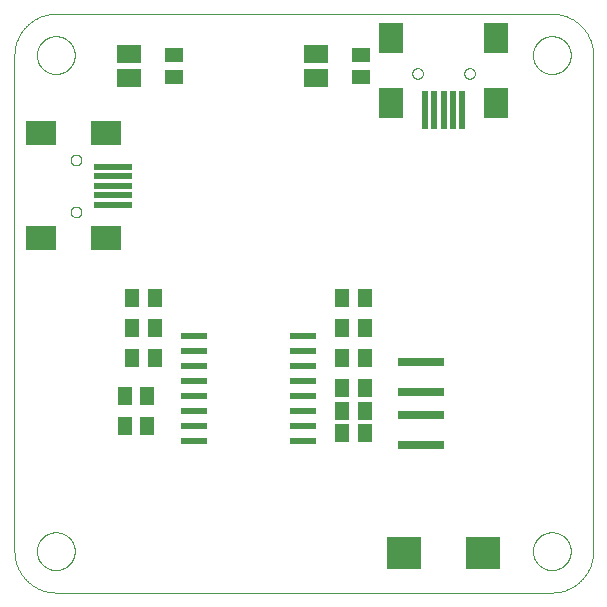
<source format=gtp>
G75*
%MOIN*%
%OFA0B0*%
%FSLAX25Y25*%
%IPPOS*%
%LPD*%
%AMOC8*
5,1,8,0,0,1.08239X$1,22.5*
%
%ADD10R,0.08661X0.02362*%
%ADD11R,0.09843X0.07874*%
%ADD12R,0.12992X0.01969*%
%ADD13C,0.00000*%
%ADD14R,0.07874X0.09843*%
%ADD15R,0.01969X0.12992*%
%ADD16R,0.05118X0.06299*%
%ADD17R,0.11614X0.10630*%
%ADD18R,0.15748X0.03150*%
%ADD19R,0.06299X0.05118*%
%ADD20R,0.08000X0.06000*%
D10*
X0066890Y0057500D03*
X0066890Y0062500D03*
X0066890Y0067500D03*
X0066890Y0072500D03*
X0066890Y0077500D03*
X0066890Y0082500D03*
X0066890Y0087500D03*
X0066890Y0092500D03*
X0103110Y0092500D03*
X0103110Y0087500D03*
X0103110Y0082500D03*
X0103110Y0077500D03*
X0103110Y0072500D03*
X0103110Y0067500D03*
X0103110Y0062500D03*
X0103110Y0057500D03*
D11*
X0037343Y0124980D03*
X0015689Y0124980D03*
X0015689Y0160020D03*
X0037343Y0160020D03*
D12*
X0039705Y0148799D03*
X0039705Y0145650D03*
X0039705Y0142500D03*
X0039705Y0139350D03*
X0039705Y0136201D03*
D13*
X0006969Y0186102D02*
X0006969Y0020748D01*
X0014449Y0020748D02*
X0014451Y0020906D01*
X0014457Y0021064D01*
X0014467Y0021222D01*
X0014481Y0021380D01*
X0014499Y0021537D01*
X0014520Y0021694D01*
X0014546Y0021850D01*
X0014576Y0022006D01*
X0014609Y0022161D01*
X0014647Y0022314D01*
X0014688Y0022467D01*
X0014733Y0022619D01*
X0014782Y0022770D01*
X0014835Y0022919D01*
X0014891Y0023067D01*
X0014951Y0023213D01*
X0015015Y0023358D01*
X0015083Y0023501D01*
X0015154Y0023643D01*
X0015228Y0023783D01*
X0015306Y0023920D01*
X0015388Y0024056D01*
X0015472Y0024190D01*
X0015561Y0024321D01*
X0015652Y0024450D01*
X0015747Y0024577D01*
X0015844Y0024702D01*
X0015945Y0024824D01*
X0016049Y0024943D01*
X0016156Y0025060D01*
X0016266Y0025174D01*
X0016379Y0025285D01*
X0016494Y0025394D01*
X0016612Y0025499D01*
X0016733Y0025601D01*
X0016856Y0025701D01*
X0016982Y0025797D01*
X0017110Y0025890D01*
X0017240Y0025980D01*
X0017373Y0026066D01*
X0017508Y0026150D01*
X0017644Y0026229D01*
X0017783Y0026306D01*
X0017924Y0026378D01*
X0018066Y0026448D01*
X0018210Y0026513D01*
X0018356Y0026575D01*
X0018503Y0026633D01*
X0018652Y0026688D01*
X0018802Y0026739D01*
X0018953Y0026786D01*
X0019105Y0026829D01*
X0019258Y0026868D01*
X0019413Y0026904D01*
X0019568Y0026935D01*
X0019724Y0026963D01*
X0019880Y0026987D01*
X0020037Y0027007D01*
X0020195Y0027023D01*
X0020352Y0027035D01*
X0020511Y0027043D01*
X0020669Y0027047D01*
X0020827Y0027047D01*
X0020985Y0027043D01*
X0021144Y0027035D01*
X0021301Y0027023D01*
X0021459Y0027007D01*
X0021616Y0026987D01*
X0021772Y0026963D01*
X0021928Y0026935D01*
X0022083Y0026904D01*
X0022238Y0026868D01*
X0022391Y0026829D01*
X0022543Y0026786D01*
X0022694Y0026739D01*
X0022844Y0026688D01*
X0022993Y0026633D01*
X0023140Y0026575D01*
X0023286Y0026513D01*
X0023430Y0026448D01*
X0023572Y0026378D01*
X0023713Y0026306D01*
X0023852Y0026229D01*
X0023988Y0026150D01*
X0024123Y0026066D01*
X0024256Y0025980D01*
X0024386Y0025890D01*
X0024514Y0025797D01*
X0024640Y0025701D01*
X0024763Y0025601D01*
X0024884Y0025499D01*
X0025002Y0025394D01*
X0025117Y0025285D01*
X0025230Y0025174D01*
X0025340Y0025060D01*
X0025447Y0024943D01*
X0025551Y0024824D01*
X0025652Y0024702D01*
X0025749Y0024577D01*
X0025844Y0024450D01*
X0025935Y0024321D01*
X0026024Y0024190D01*
X0026108Y0024056D01*
X0026190Y0023920D01*
X0026268Y0023783D01*
X0026342Y0023643D01*
X0026413Y0023501D01*
X0026481Y0023358D01*
X0026545Y0023213D01*
X0026605Y0023067D01*
X0026661Y0022919D01*
X0026714Y0022770D01*
X0026763Y0022619D01*
X0026808Y0022467D01*
X0026849Y0022314D01*
X0026887Y0022161D01*
X0026920Y0022006D01*
X0026950Y0021850D01*
X0026976Y0021694D01*
X0026997Y0021537D01*
X0027015Y0021380D01*
X0027029Y0021222D01*
X0027039Y0021064D01*
X0027045Y0020906D01*
X0027047Y0020748D01*
X0027045Y0020590D01*
X0027039Y0020432D01*
X0027029Y0020274D01*
X0027015Y0020116D01*
X0026997Y0019959D01*
X0026976Y0019802D01*
X0026950Y0019646D01*
X0026920Y0019490D01*
X0026887Y0019335D01*
X0026849Y0019182D01*
X0026808Y0019029D01*
X0026763Y0018877D01*
X0026714Y0018726D01*
X0026661Y0018577D01*
X0026605Y0018429D01*
X0026545Y0018283D01*
X0026481Y0018138D01*
X0026413Y0017995D01*
X0026342Y0017853D01*
X0026268Y0017713D01*
X0026190Y0017576D01*
X0026108Y0017440D01*
X0026024Y0017306D01*
X0025935Y0017175D01*
X0025844Y0017046D01*
X0025749Y0016919D01*
X0025652Y0016794D01*
X0025551Y0016672D01*
X0025447Y0016553D01*
X0025340Y0016436D01*
X0025230Y0016322D01*
X0025117Y0016211D01*
X0025002Y0016102D01*
X0024884Y0015997D01*
X0024763Y0015895D01*
X0024640Y0015795D01*
X0024514Y0015699D01*
X0024386Y0015606D01*
X0024256Y0015516D01*
X0024123Y0015430D01*
X0023988Y0015346D01*
X0023852Y0015267D01*
X0023713Y0015190D01*
X0023572Y0015118D01*
X0023430Y0015048D01*
X0023286Y0014983D01*
X0023140Y0014921D01*
X0022993Y0014863D01*
X0022844Y0014808D01*
X0022694Y0014757D01*
X0022543Y0014710D01*
X0022391Y0014667D01*
X0022238Y0014628D01*
X0022083Y0014592D01*
X0021928Y0014561D01*
X0021772Y0014533D01*
X0021616Y0014509D01*
X0021459Y0014489D01*
X0021301Y0014473D01*
X0021144Y0014461D01*
X0020985Y0014453D01*
X0020827Y0014449D01*
X0020669Y0014449D01*
X0020511Y0014453D01*
X0020352Y0014461D01*
X0020195Y0014473D01*
X0020037Y0014489D01*
X0019880Y0014509D01*
X0019724Y0014533D01*
X0019568Y0014561D01*
X0019413Y0014592D01*
X0019258Y0014628D01*
X0019105Y0014667D01*
X0018953Y0014710D01*
X0018802Y0014757D01*
X0018652Y0014808D01*
X0018503Y0014863D01*
X0018356Y0014921D01*
X0018210Y0014983D01*
X0018066Y0015048D01*
X0017924Y0015118D01*
X0017783Y0015190D01*
X0017644Y0015267D01*
X0017508Y0015346D01*
X0017373Y0015430D01*
X0017240Y0015516D01*
X0017110Y0015606D01*
X0016982Y0015699D01*
X0016856Y0015795D01*
X0016733Y0015895D01*
X0016612Y0015997D01*
X0016494Y0016102D01*
X0016379Y0016211D01*
X0016266Y0016322D01*
X0016156Y0016436D01*
X0016049Y0016553D01*
X0015945Y0016672D01*
X0015844Y0016794D01*
X0015747Y0016919D01*
X0015652Y0017046D01*
X0015561Y0017175D01*
X0015472Y0017306D01*
X0015388Y0017440D01*
X0015306Y0017576D01*
X0015228Y0017713D01*
X0015154Y0017853D01*
X0015083Y0017995D01*
X0015015Y0018138D01*
X0014951Y0018283D01*
X0014891Y0018429D01*
X0014835Y0018577D01*
X0014782Y0018726D01*
X0014733Y0018877D01*
X0014688Y0019029D01*
X0014647Y0019182D01*
X0014609Y0019335D01*
X0014576Y0019490D01*
X0014546Y0019646D01*
X0014520Y0019802D01*
X0014499Y0019959D01*
X0014481Y0020116D01*
X0014467Y0020274D01*
X0014457Y0020432D01*
X0014451Y0020590D01*
X0014449Y0020748D01*
X0006968Y0020748D02*
X0006972Y0020415D01*
X0006984Y0020082D01*
X0007004Y0019750D01*
X0007032Y0019418D01*
X0007068Y0019087D01*
X0007113Y0018757D01*
X0007165Y0018428D01*
X0007225Y0018100D01*
X0007293Y0017774D01*
X0007368Y0017450D01*
X0007452Y0017128D01*
X0007543Y0016808D01*
X0007642Y0016490D01*
X0007749Y0016174D01*
X0007863Y0015862D01*
X0007985Y0015552D01*
X0008115Y0015245D01*
X0008251Y0014941D01*
X0008395Y0014641D01*
X0008546Y0014344D01*
X0008705Y0014051D01*
X0008870Y0013762D01*
X0009042Y0013477D01*
X0009221Y0013196D01*
X0009407Y0012920D01*
X0009600Y0012648D01*
X0009799Y0012381D01*
X0010004Y0012119D01*
X0010216Y0011862D01*
X0010434Y0011610D01*
X0010657Y0011364D01*
X0010887Y0011123D01*
X0011123Y0010887D01*
X0011364Y0010657D01*
X0011610Y0010434D01*
X0011862Y0010216D01*
X0012119Y0010004D01*
X0012381Y0009799D01*
X0012648Y0009600D01*
X0012920Y0009407D01*
X0013196Y0009221D01*
X0013477Y0009042D01*
X0013762Y0008870D01*
X0014051Y0008705D01*
X0014344Y0008546D01*
X0014641Y0008395D01*
X0014941Y0008251D01*
X0015245Y0008115D01*
X0015552Y0007985D01*
X0015862Y0007863D01*
X0016174Y0007749D01*
X0016490Y0007642D01*
X0016808Y0007543D01*
X0017128Y0007452D01*
X0017450Y0007368D01*
X0017774Y0007293D01*
X0018100Y0007225D01*
X0018428Y0007165D01*
X0018757Y0007113D01*
X0019087Y0007068D01*
X0019418Y0007032D01*
X0019750Y0007004D01*
X0020082Y0006984D01*
X0020415Y0006972D01*
X0020748Y0006968D01*
X0020748Y0006969D02*
X0186102Y0006969D01*
X0179803Y0020748D02*
X0179805Y0020906D01*
X0179811Y0021064D01*
X0179821Y0021222D01*
X0179835Y0021380D01*
X0179853Y0021537D01*
X0179874Y0021694D01*
X0179900Y0021850D01*
X0179930Y0022006D01*
X0179963Y0022161D01*
X0180001Y0022314D01*
X0180042Y0022467D01*
X0180087Y0022619D01*
X0180136Y0022770D01*
X0180189Y0022919D01*
X0180245Y0023067D01*
X0180305Y0023213D01*
X0180369Y0023358D01*
X0180437Y0023501D01*
X0180508Y0023643D01*
X0180582Y0023783D01*
X0180660Y0023920D01*
X0180742Y0024056D01*
X0180826Y0024190D01*
X0180915Y0024321D01*
X0181006Y0024450D01*
X0181101Y0024577D01*
X0181198Y0024702D01*
X0181299Y0024824D01*
X0181403Y0024943D01*
X0181510Y0025060D01*
X0181620Y0025174D01*
X0181733Y0025285D01*
X0181848Y0025394D01*
X0181966Y0025499D01*
X0182087Y0025601D01*
X0182210Y0025701D01*
X0182336Y0025797D01*
X0182464Y0025890D01*
X0182594Y0025980D01*
X0182727Y0026066D01*
X0182862Y0026150D01*
X0182998Y0026229D01*
X0183137Y0026306D01*
X0183278Y0026378D01*
X0183420Y0026448D01*
X0183564Y0026513D01*
X0183710Y0026575D01*
X0183857Y0026633D01*
X0184006Y0026688D01*
X0184156Y0026739D01*
X0184307Y0026786D01*
X0184459Y0026829D01*
X0184612Y0026868D01*
X0184767Y0026904D01*
X0184922Y0026935D01*
X0185078Y0026963D01*
X0185234Y0026987D01*
X0185391Y0027007D01*
X0185549Y0027023D01*
X0185706Y0027035D01*
X0185865Y0027043D01*
X0186023Y0027047D01*
X0186181Y0027047D01*
X0186339Y0027043D01*
X0186498Y0027035D01*
X0186655Y0027023D01*
X0186813Y0027007D01*
X0186970Y0026987D01*
X0187126Y0026963D01*
X0187282Y0026935D01*
X0187437Y0026904D01*
X0187592Y0026868D01*
X0187745Y0026829D01*
X0187897Y0026786D01*
X0188048Y0026739D01*
X0188198Y0026688D01*
X0188347Y0026633D01*
X0188494Y0026575D01*
X0188640Y0026513D01*
X0188784Y0026448D01*
X0188926Y0026378D01*
X0189067Y0026306D01*
X0189206Y0026229D01*
X0189342Y0026150D01*
X0189477Y0026066D01*
X0189610Y0025980D01*
X0189740Y0025890D01*
X0189868Y0025797D01*
X0189994Y0025701D01*
X0190117Y0025601D01*
X0190238Y0025499D01*
X0190356Y0025394D01*
X0190471Y0025285D01*
X0190584Y0025174D01*
X0190694Y0025060D01*
X0190801Y0024943D01*
X0190905Y0024824D01*
X0191006Y0024702D01*
X0191103Y0024577D01*
X0191198Y0024450D01*
X0191289Y0024321D01*
X0191378Y0024190D01*
X0191462Y0024056D01*
X0191544Y0023920D01*
X0191622Y0023783D01*
X0191696Y0023643D01*
X0191767Y0023501D01*
X0191835Y0023358D01*
X0191899Y0023213D01*
X0191959Y0023067D01*
X0192015Y0022919D01*
X0192068Y0022770D01*
X0192117Y0022619D01*
X0192162Y0022467D01*
X0192203Y0022314D01*
X0192241Y0022161D01*
X0192274Y0022006D01*
X0192304Y0021850D01*
X0192330Y0021694D01*
X0192351Y0021537D01*
X0192369Y0021380D01*
X0192383Y0021222D01*
X0192393Y0021064D01*
X0192399Y0020906D01*
X0192401Y0020748D01*
X0192399Y0020590D01*
X0192393Y0020432D01*
X0192383Y0020274D01*
X0192369Y0020116D01*
X0192351Y0019959D01*
X0192330Y0019802D01*
X0192304Y0019646D01*
X0192274Y0019490D01*
X0192241Y0019335D01*
X0192203Y0019182D01*
X0192162Y0019029D01*
X0192117Y0018877D01*
X0192068Y0018726D01*
X0192015Y0018577D01*
X0191959Y0018429D01*
X0191899Y0018283D01*
X0191835Y0018138D01*
X0191767Y0017995D01*
X0191696Y0017853D01*
X0191622Y0017713D01*
X0191544Y0017576D01*
X0191462Y0017440D01*
X0191378Y0017306D01*
X0191289Y0017175D01*
X0191198Y0017046D01*
X0191103Y0016919D01*
X0191006Y0016794D01*
X0190905Y0016672D01*
X0190801Y0016553D01*
X0190694Y0016436D01*
X0190584Y0016322D01*
X0190471Y0016211D01*
X0190356Y0016102D01*
X0190238Y0015997D01*
X0190117Y0015895D01*
X0189994Y0015795D01*
X0189868Y0015699D01*
X0189740Y0015606D01*
X0189610Y0015516D01*
X0189477Y0015430D01*
X0189342Y0015346D01*
X0189206Y0015267D01*
X0189067Y0015190D01*
X0188926Y0015118D01*
X0188784Y0015048D01*
X0188640Y0014983D01*
X0188494Y0014921D01*
X0188347Y0014863D01*
X0188198Y0014808D01*
X0188048Y0014757D01*
X0187897Y0014710D01*
X0187745Y0014667D01*
X0187592Y0014628D01*
X0187437Y0014592D01*
X0187282Y0014561D01*
X0187126Y0014533D01*
X0186970Y0014509D01*
X0186813Y0014489D01*
X0186655Y0014473D01*
X0186498Y0014461D01*
X0186339Y0014453D01*
X0186181Y0014449D01*
X0186023Y0014449D01*
X0185865Y0014453D01*
X0185706Y0014461D01*
X0185549Y0014473D01*
X0185391Y0014489D01*
X0185234Y0014509D01*
X0185078Y0014533D01*
X0184922Y0014561D01*
X0184767Y0014592D01*
X0184612Y0014628D01*
X0184459Y0014667D01*
X0184307Y0014710D01*
X0184156Y0014757D01*
X0184006Y0014808D01*
X0183857Y0014863D01*
X0183710Y0014921D01*
X0183564Y0014983D01*
X0183420Y0015048D01*
X0183278Y0015118D01*
X0183137Y0015190D01*
X0182998Y0015267D01*
X0182862Y0015346D01*
X0182727Y0015430D01*
X0182594Y0015516D01*
X0182464Y0015606D01*
X0182336Y0015699D01*
X0182210Y0015795D01*
X0182087Y0015895D01*
X0181966Y0015997D01*
X0181848Y0016102D01*
X0181733Y0016211D01*
X0181620Y0016322D01*
X0181510Y0016436D01*
X0181403Y0016553D01*
X0181299Y0016672D01*
X0181198Y0016794D01*
X0181101Y0016919D01*
X0181006Y0017046D01*
X0180915Y0017175D01*
X0180826Y0017306D01*
X0180742Y0017440D01*
X0180660Y0017576D01*
X0180582Y0017713D01*
X0180508Y0017853D01*
X0180437Y0017995D01*
X0180369Y0018138D01*
X0180305Y0018283D01*
X0180245Y0018429D01*
X0180189Y0018577D01*
X0180136Y0018726D01*
X0180087Y0018877D01*
X0180042Y0019029D01*
X0180001Y0019182D01*
X0179963Y0019335D01*
X0179930Y0019490D01*
X0179900Y0019646D01*
X0179874Y0019802D01*
X0179853Y0019959D01*
X0179835Y0020116D01*
X0179821Y0020274D01*
X0179811Y0020432D01*
X0179805Y0020590D01*
X0179803Y0020748D01*
X0186102Y0006968D02*
X0186435Y0006972D01*
X0186768Y0006984D01*
X0187100Y0007004D01*
X0187432Y0007032D01*
X0187763Y0007068D01*
X0188093Y0007113D01*
X0188422Y0007165D01*
X0188750Y0007225D01*
X0189076Y0007293D01*
X0189400Y0007368D01*
X0189722Y0007452D01*
X0190042Y0007543D01*
X0190360Y0007642D01*
X0190676Y0007749D01*
X0190988Y0007863D01*
X0191298Y0007985D01*
X0191605Y0008115D01*
X0191909Y0008251D01*
X0192209Y0008395D01*
X0192506Y0008546D01*
X0192799Y0008705D01*
X0193088Y0008870D01*
X0193373Y0009042D01*
X0193654Y0009221D01*
X0193930Y0009407D01*
X0194202Y0009600D01*
X0194469Y0009799D01*
X0194731Y0010004D01*
X0194988Y0010216D01*
X0195240Y0010434D01*
X0195486Y0010657D01*
X0195727Y0010887D01*
X0195963Y0011123D01*
X0196193Y0011364D01*
X0196416Y0011610D01*
X0196634Y0011862D01*
X0196846Y0012119D01*
X0197051Y0012381D01*
X0197250Y0012648D01*
X0197443Y0012920D01*
X0197629Y0013196D01*
X0197808Y0013477D01*
X0197980Y0013762D01*
X0198145Y0014051D01*
X0198304Y0014344D01*
X0198455Y0014641D01*
X0198599Y0014941D01*
X0198735Y0015245D01*
X0198865Y0015552D01*
X0198987Y0015862D01*
X0199101Y0016174D01*
X0199208Y0016490D01*
X0199307Y0016808D01*
X0199398Y0017128D01*
X0199482Y0017450D01*
X0199557Y0017774D01*
X0199625Y0018100D01*
X0199685Y0018428D01*
X0199737Y0018757D01*
X0199782Y0019087D01*
X0199818Y0019418D01*
X0199846Y0019750D01*
X0199866Y0020082D01*
X0199878Y0020415D01*
X0199882Y0020748D01*
X0199882Y0186102D01*
X0179803Y0186102D02*
X0179805Y0186260D01*
X0179811Y0186418D01*
X0179821Y0186576D01*
X0179835Y0186734D01*
X0179853Y0186891D01*
X0179874Y0187048D01*
X0179900Y0187204D01*
X0179930Y0187360D01*
X0179963Y0187515D01*
X0180001Y0187668D01*
X0180042Y0187821D01*
X0180087Y0187973D01*
X0180136Y0188124D01*
X0180189Y0188273D01*
X0180245Y0188421D01*
X0180305Y0188567D01*
X0180369Y0188712D01*
X0180437Y0188855D01*
X0180508Y0188997D01*
X0180582Y0189137D01*
X0180660Y0189274D01*
X0180742Y0189410D01*
X0180826Y0189544D01*
X0180915Y0189675D01*
X0181006Y0189804D01*
X0181101Y0189931D01*
X0181198Y0190056D01*
X0181299Y0190178D01*
X0181403Y0190297D01*
X0181510Y0190414D01*
X0181620Y0190528D01*
X0181733Y0190639D01*
X0181848Y0190748D01*
X0181966Y0190853D01*
X0182087Y0190955D01*
X0182210Y0191055D01*
X0182336Y0191151D01*
X0182464Y0191244D01*
X0182594Y0191334D01*
X0182727Y0191420D01*
X0182862Y0191504D01*
X0182998Y0191583D01*
X0183137Y0191660D01*
X0183278Y0191732D01*
X0183420Y0191802D01*
X0183564Y0191867D01*
X0183710Y0191929D01*
X0183857Y0191987D01*
X0184006Y0192042D01*
X0184156Y0192093D01*
X0184307Y0192140D01*
X0184459Y0192183D01*
X0184612Y0192222D01*
X0184767Y0192258D01*
X0184922Y0192289D01*
X0185078Y0192317D01*
X0185234Y0192341D01*
X0185391Y0192361D01*
X0185549Y0192377D01*
X0185706Y0192389D01*
X0185865Y0192397D01*
X0186023Y0192401D01*
X0186181Y0192401D01*
X0186339Y0192397D01*
X0186498Y0192389D01*
X0186655Y0192377D01*
X0186813Y0192361D01*
X0186970Y0192341D01*
X0187126Y0192317D01*
X0187282Y0192289D01*
X0187437Y0192258D01*
X0187592Y0192222D01*
X0187745Y0192183D01*
X0187897Y0192140D01*
X0188048Y0192093D01*
X0188198Y0192042D01*
X0188347Y0191987D01*
X0188494Y0191929D01*
X0188640Y0191867D01*
X0188784Y0191802D01*
X0188926Y0191732D01*
X0189067Y0191660D01*
X0189206Y0191583D01*
X0189342Y0191504D01*
X0189477Y0191420D01*
X0189610Y0191334D01*
X0189740Y0191244D01*
X0189868Y0191151D01*
X0189994Y0191055D01*
X0190117Y0190955D01*
X0190238Y0190853D01*
X0190356Y0190748D01*
X0190471Y0190639D01*
X0190584Y0190528D01*
X0190694Y0190414D01*
X0190801Y0190297D01*
X0190905Y0190178D01*
X0191006Y0190056D01*
X0191103Y0189931D01*
X0191198Y0189804D01*
X0191289Y0189675D01*
X0191378Y0189544D01*
X0191462Y0189410D01*
X0191544Y0189274D01*
X0191622Y0189137D01*
X0191696Y0188997D01*
X0191767Y0188855D01*
X0191835Y0188712D01*
X0191899Y0188567D01*
X0191959Y0188421D01*
X0192015Y0188273D01*
X0192068Y0188124D01*
X0192117Y0187973D01*
X0192162Y0187821D01*
X0192203Y0187668D01*
X0192241Y0187515D01*
X0192274Y0187360D01*
X0192304Y0187204D01*
X0192330Y0187048D01*
X0192351Y0186891D01*
X0192369Y0186734D01*
X0192383Y0186576D01*
X0192393Y0186418D01*
X0192399Y0186260D01*
X0192401Y0186102D01*
X0192399Y0185944D01*
X0192393Y0185786D01*
X0192383Y0185628D01*
X0192369Y0185470D01*
X0192351Y0185313D01*
X0192330Y0185156D01*
X0192304Y0185000D01*
X0192274Y0184844D01*
X0192241Y0184689D01*
X0192203Y0184536D01*
X0192162Y0184383D01*
X0192117Y0184231D01*
X0192068Y0184080D01*
X0192015Y0183931D01*
X0191959Y0183783D01*
X0191899Y0183637D01*
X0191835Y0183492D01*
X0191767Y0183349D01*
X0191696Y0183207D01*
X0191622Y0183067D01*
X0191544Y0182930D01*
X0191462Y0182794D01*
X0191378Y0182660D01*
X0191289Y0182529D01*
X0191198Y0182400D01*
X0191103Y0182273D01*
X0191006Y0182148D01*
X0190905Y0182026D01*
X0190801Y0181907D01*
X0190694Y0181790D01*
X0190584Y0181676D01*
X0190471Y0181565D01*
X0190356Y0181456D01*
X0190238Y0181351D01*
X0190117Y0181249D01*
X0189994Y0181149D01*
X0189868Y0181053D01*
X0189740Y0180960D01*
X0189610Y0180870D01*
X0189477Y0180784D01*
X0189342Y0180700D01*
X0189206Y0180621D01*
X0189067Y0180544D01*
X0188926Y0180472D01*
X0188784Y0180402D01*
X0188640Y0180337D01*
X0188494Y0180275D01*
X0188347Y0180217D01*
X0188198Y0180162D01*
X0188048Y0180111D01*
X0187897Y0180064D01*
X0187745Y0180021D01*
X0187592Y0179982D01*
X0187437Y0179946D01*
X0187282Y0179915D01*
X0187126Y0179887D01*
X0186970Y0179863D01*
X0186813Y0179843D01*
X0186655Y0179827D01*
X0186498Y0179815D01*
X0186339Y0179807D01*
X0186181Y0179803D01*
X0186023Y0179803D01*
X0185865Y0179807D01*
X0185706Y0179815D01*
X0185549Y0179827D01*
X0185391Y0179843D01*
X0185234Y0179863D01*
X0185078Y0179887D01*
X0184922Y0179915D01*
X0184767Y0179946D01*
X0184612Y0179982D01*
X0184459Y0180021D01*
X0184307Y0180064D01*
X0184156Y0180111D01*
X0184006Y0180162D01*
X0183857Y0180217D01*
X0183710Y0180275D01*
X0183564Y0180337D01*
X0183420Y0180402D01*
X0183278Y0180472D01*
X0183137Y0180544D01*
X0182998Y0180621D01*
X0182862Y0180700D01*
X0182727Y0180784D01*
X0182594Y0180870D01*
X0182464Y0180960D01*
X0182336Y0181053D01*
X0182210Y0181149D01*
X0182087Y0181249D01*
X0181966Y0181351D01*
X0181848Y0181456D01*
X0181733Y0181565D01*
X0181620Y0181676D01*
X0181510Y0181790D01*
X0181403Y0181907D01*
X0181299Y0182026D01*
X0181198Y0182148D01*
X0181101Y0182273D01*
X0181006Y0182400D01*
X0180915Y0182529D01*
X0180826Y0182660D01*
X0180742Y0182794D01*
X0180660Y0182930D01*
X0180582Y0183067D01*
X0180508Y0183207D01*
X0180437Y0183349D01*
X0180369Y0183492D01*
X0180305Y0183637D01*
X0180245Y0183783D01*
X0180189Y0183931D01*
X0180136Y0184080D01*
X0180087Y0184231D01*
X0180042Y0184383D01*
X0180001Y0184536D01*
X0179963Y0184689D01*
X0179930Y0184844D01*
X0179900Y0185000D01*
X0179874Y0185156D01*
X0179853Y0185313D01*
X0179835Y0185470D01*
X0179821Y0185628D01*
X0179811Y0185786D01*
X0179805Y0185944D01*
X0179803Y0186102D01*
X0186102Y0199882D02*
X0186435Y0199878D01*
X0186768Y0199866D01*
X0187100Y0199846D01*
X0187432Y0199818D01*
X0187763Y0199782D01*
X0188093Y0199737D01*
X0188422Y0199685D01*
X0188750Y0199625D01*
X0189076Y0199557D01*
X0189400Y0199482D01*
X0189722Y0199398D01*
X0190042Y0199307D01*
X0190360Y0199208D01*
X0190676Y0199101D01*
X0190988Y0198987D01*
X0191298Y0198865D01*
X0191605Y0198735D01*
X0191909Y0198599D01*
X0192209Y0198455D01*
X0192506Y0198304D01*
X0192799Y0198145D01*
X0193088Y0197980D01*
X0193373Y0197808D01*
X0193654Y0197629D01*
X0193930Y0197443D01*
X0194202Y0197250D01*
X0194469Y0197051D01*
X0194731Y0196846D01*
X0194988Y0196634D01*
X0195240Y0196416D01*
X0195486Y0196193D01*
X0195727Y0195963D01*
X0195963Y0195727D01*
X0196193Y0195486D01*
X0196416Y0195240D01*
X0196634Y0194988D01*
X0196846Y0194731D01*
X0197051Y0194469D01*
X0197250Y0194202D01*
X0197443Y0193930D01*
X0197629Y0193654D01*
X0197808Y0193373D01*
X0197980Y0193088D01*
X0198145Y0192799D01*
X0198304Y0192506D01*
X0198455Y0192209D01*
X0198599Y0191909D01*
X0198735Y0191605D01*
X0198865Y0191298D01*
X0198987Y0190988D01*
X0199101Y0190676D01*
X0199208Y0190360D01*
X0199307Y0190042D01*
X0199398Y0189722D01*
X0199482Y0189400D01*
X0199557Y0189076D01*
X0199625Y0188750D01*
X0199685Y0188422D01*
X0199737Y0188093D01*
X0199782Y0187763D01*
X0199818Y0187432D01*
X0199846Y0187100D01*
X0199866Y0186768D01*
X0199878Y0186435D01*
X0199882Y0186102D01*
X0186102Y0199882D02*
X0020748Y0199882D01*
X0014449Y0186102D02*
X0014451Y0186260D01*
X0014457Y0186418D01*
X0014467Y0186576D01*
X0014481Y0186734D01*
X0014499Y0186891D01*
X0014520Y0187048D01*
X0014546Y0187204D01*
X0014576Y0187360D01*
X0014609Y0187515D01*
X0014647Y0187668D01*
X0014688Y0187821D01*
X0014733Y0187973D01*
X0014782Y0188124D01*
X0014835Y0188273D01*
X0014891Y0188421D01*
X0014951Y0188567D01*
X0015015Y0188712D01*
X0015083Y0188855D01*
X0015154Y0188997D01*
X0015228Y0189137D01*
X0015306Y0189274D01*
X0015388Y0189410D01*
X0015472Y0189544D01*
X0015561Y0189675D01*
X0015652Y0189804D01*
X0015747Y0189931D01*
X0015844Y0190056D01*
X0015945Y0190178D01*
X0016049Y0190297D01*
X0016156Y0190414D01*
X0016266Y0190528D01*
X0016379Y0190639D01*
X0016494Y0190748D01*
X0016612Y0190853D01*
X0016733Y0190955D01*
X0016856Y0191055D01*
X0016982Y0191151D01*
X0017110Y0191244D01*
X0017240Y0191334D01*
X0017373Y0191420D01*
X0017508Y0191504D01*
X0017644Y0191583D01*
X0017783Y0191660D01*
X0017924Y0191732D01*
X0018066Y0191802D01*
X0018210Y0191867D01*
X0018356Y0191929D01*
X0018503Y0191987D01*
X0018652Y0192042D01*
X0018802Y0192093D01*
X0018953Y0192140D01*
X0019105Y0192183D01*
X0019258Y0192222D01*
X0019413Y0192258D01*
X0019568Y0192289D01*
X0019724Y0192317D01*
X0019880Y0192341D01*
X0020037Y0192361D01*
X0020195Y0192377D01*
X0020352Y0192389D01*
X0020511Y0192397D01*
X0020669Y0192401D01*
X0020827Y0192401D01*
X0020985Y0192397D01*
X0021144Y0192389D01*
X0021301Y0192377D01*
X0021459Y0192361D01*
X0021616Y0192341D01*
X0021772Y0192317D01*
X0021928Y0192289D01*
X0022083Y0192258D01*
X0022238Y0192222D01*
X0022391Y0192183D01*
X0022543Y0192140D01*
X0022694Y0192093D01*
X0022844Y0192042D01*
X0022993Y0191987D01*
X0023140Y0191929D01*
X0023286Y0191867D01*
X0023430Y0191802D01*
X0023572Y0191732D01*
X0023713Y0191660D01*
X0023852Y0191583D01*
X0023988Y0191504D01*
X0024123Y0191420D01*
X0024256Y0191334D01*
X0024386Y0191244D01*
X0024514Y0191151D01*
X0024640Y0191055D01*
X0024763Y0190955D01*
X0024884Y0190853D01*
X0025002Y0190748D01*
X0025117Y0190639D01*
X0025230Y0190528D01*
X0025340Y0190414D01*
X0025447Y0190297D01*
X0025551Y0190178D01*
X0025652Y0190056D01*
X0025749Y0189931D01*
X0025844Y0189804D01*
X0025935Y0189675D01*
X0026024Y0189544D01*
X0026108Y0189410D01*
X0026190Y0189274D01*
X0026268Y0189137D01*
X0026342Y0188997D01*
X0026413Y0188855D01*
X0026481Y0188712D01*
X0026545Y0188567D01*
X0026605Y0188421D01*
X0026661Y0188273D01*
X0026714Y0188124D01*
X0026763Y0187973D01*
X0026808Y0187821D01*
X0026849Y0187668D01*
X0026887Y0187515D01*
X0026920Y0187360D01*
X0026950Y0187204D01*
X0026976Y0187048D01*
X0026997Y0186891D01*
X0027015Y0186734D01*
X0027029Y0186576D01*
X0027039Y0186418D01*
X0027045Y0186260D01*
X0027047Y0186102D01*
X0027045Y0185944D01*
X0027039Y0185786D01*
X0027029Y0185628D01*
X0027015Y0185470D01*
X0026997Y0185313D01*
X0026976Y0185156D01*
X0026950Y0185000D01*
X0026920Y0184844D01*
X0026887Y0184689D01*
X0026849Y0184536D01*
X0026808Y0184383D01*
X0026763Y0184231D01*
X0026714Y0184080D01*
X0026661Y0183931D01*
X0026605Y0183783D01*
X0026545Y0183637D01*
X0026481Y0183492D01*
X0026413Y0183349D01*
X0026342Y0183207D01*
X0026268Y0183067D01*
X0026190Y0182930D01*
X0026108Y0182794D01*
X0026024Y0182660D01*
X0025935Y0182529D01*
X0025844Y0182400D01*
X0025749Y0182273D01*
X0025652Y0182148D01*
X0025551Y0182026D01*
X0025447Y0181907D01*
X0025340Y0181790D01*
X0025230Y0181676D01*
X0025117Y0181565D01*
X0025002Y0181456D01*
X0024884Y0181351D01*
X0024763Y0181249D01*
X0024640Y0181149D01*
X0024514Y0181053D01*
X0024386Y0180960D01*
X0024256Y0180870D01*
X0024123Y0180784D01*
X0023988Y0180700D01*
X0023852Y0180621D01*
X0023713Y0180544D01*
X0023572Y0180472D01*
X0023430Y0180402D01*
X0023286Y0180337D01*
X0023140Y0180275D01*
X0022993Y0180217D01*
X0022844Y0180162D01*
X0022694Y0180111D01*
X0022543Y0180064D01*
X0022391Y0180021D01*
X0022238Y0179982D01*
X0022083Y0179946D01*
X0021928Y0179915D01*
X0021772Y0179887D01*
X0021616Y0179863D01*
X0021459Y0179843D01*
X0021301Y0179827D01*
X0021144Y0179815D01*
X0020985Y0179807D01*
X0020827Y0179803D01*
X0020669Y0179803D01*
X0020511Y0179807D01*
X0020352Y0179815D01*
X0020195Y0179827D01*
X0020037Y0179843D01*
X0019880Y0179863D01*
X0019724Y0179887D01*
X0019568Y0179915D01*
X0019413Y0179946D01*
X0019258Y0179982D01*
X0019105Y0180021D01*
X0018953Y0180064D01*
X0018802Y0180111D01*
X0018652Y0180162D01*
X0018503Y0180217D01*
X0018356Y0180275D01*
X0018210Y0180337D01*
X0018066Y0180402D01*
X0017924Y0180472D01*
X0017783Y0180544D01*
X0017644Y0180621D01*
X0017508Y0180700D01*
X0017373Y0180784D01*
X0017240Y0180870D01*
X0017110Y0180960D01*
X0016982Y0181053D01*
X0016856Y0181149D01*
X0016733Y0181249D01*
X0016612Y0181351D01*
X0016494Y0181456D01*
X0016379Y0181565D01*
X0016266Y0181676D01*
X0016156Y0181790D01*
X0016049Y0181907D01*
X0015945Y0182026D01*
X0015844Y0182148D01*
X0015747Y0182273D01*
X0015652Y0182400D01*
X0015561Y0182529D01*
X0015472Y0182660D01*
X0015388Y0182794D01*
X0015306Y0182930D01*
X0015228Y0183067D01*
X0015154Y0183207D01*
X0015083Y0183349D01*
X0015015Y0183492D01*
X0014951Y0183637D01*
X0014891Y0183783D01*
X0014835Y0183931D01*
X0014782Y0184080D01*
X0014733Y0184231D01*
X0014688Y0184383D01*
X0014647Y0184536D01*
X0014609Y0184689D01*
X0014576Y0184844D01*
X0014546Y0185000D01*
X0014520Y0185156D01*
X0014499Y0185313D01*
X0014481Y0185470D01*
X0014467Y0185628D01*
X0014457Y0185786D01*
X0014451Y0185944D01*
X0014449Y0186102D01*
X0006968Y0186102D02*
X0006972Y0186435D01*
X0006984Y0186768D01*
X0007004Y0187100D01*
X0007032Y0187432D01*
X0007068Y0187763D01*
X0007113Y0188093D01*
X0007165Y0188422D01*
X0007225Y0188750D01*
X0007293Y0189076D01*
X0007368Y0189400D01*
X0007452Y0189722D01*
X0007543Y0190042D01*
X0007642Y0190360D01*
X0007749Y0190676D01*
X0007863Y0190988D01*
X0007985Y0191298D01*
X0008115Y0191605D01*
X0008251Y0191909D01*
X0008395Y0192209D01*
X0008546Y0192506D01*
X0008705Y0192799D01*
X0008870Y0193088D01*
X0009042Y0193373D01*
X0009221Y0193654D01*
X0009407Y0193930D01*
X0009600Y0194202D01*
X0009799Y0194469D01*
X0010004Y0194731D01*
X0010216Y0194988D01*
X0010434Y0195240D01*
X0010657Y0195486D01*
X0010887Y0195727D01*
X0011123Y0195963D01*
X0011364Y0196193D01*
X0011610Y0196416D01*
X0011862Y0196634D01*
X0012119Y0196846D01*
X0012381Y0197051D01*
X0012648Y0197250D01*
X0012920Y0197443D01*
X0013196Y0197629D01*
X0013477Y0197808D01*
X0013762Y0197980D01*
X0014051Y0198145D01*
X0014344Y0198304D01*
X0014641Y0198455D01*
X0014941Y0198599D01*
X0015245Y0198735D01*
X0015552Y0198865D01*
X0015862Y0198987D01*
X0016174Y0199101D01*
X0016490Y0199208D01*
X0016808Y0199307D01*
X0017128Y0199398D01*
X0017450Y0199482D01*
X0017774Y0199557D01*
X0018100Y0199625D01*
X0018428Y0199685D01*
X0018757Y0199737D01*
X0019087Y0199782D01*
X0019418Y0199818D01*
X0019750Y0199846D01*
X0020082Y0199866D01*
X0020415Y0199878D01*
X0020748Y0199882D01*
X0025728Y0151161D02*
X0025730Y0151245D01*
X0025736Y0151328D01*
X0025746Y0151411D01*
X0025760Y0151494D01*
X0025777Y0151576D01*
X0025799Y0151657D01*
X0025824Y0151736D01*
X0025853Y0151815D01*
X0025886Y0151892D01*
X0025922Y0151967D01*
X0025962Y0152041D01*
X0026005Y0152113D01*
X0026052Y0152182D01*
X0026102Y0152249D01*
X0026155Y0152314D01*
X0026211Y0152376D01*
X0026269Y0152436D01*
X0026331Y0152493D01*
X0026395Y0152546D01*
X0026462Y0152597D01*
X0026531Y0152644D01*
X0026602Y0152689D01*
X0026675Y0152729D01*
X0026750Y0152766D01*
X0026827Y0152800D01*
X0026905Y0152830D01*
X0026984Y0152856D01*
X0027065Y0152879D01*
X0027147Y0152897D01*
X0027229Y0152912D01*
X0027312Y0152923D01*
X0027395Y0152930D01*
X0027479Y0152933D01*
X0027563Y0152932D01*
X0027646Y0152927D01*
X0027730Y0152918D01*
X0027812Y0152905D01*
X0027894Y0152889D01*
X0027975Y0152868D01*
X0028056Y0152844D01*
X0028134Y0152816D01*
X0028212Y0152784D01*
X0028288Y0152748D01*
X0028362Y0152709D01*
X0028434Y0152667D01*
X0028504Y0152621D01*
X0028572Y0152572D01*
X0028637Y0152520D01*
X0028700Y0152465D01*
X0028760Y0152407D01*
X0028818Y0152346D01*
X0028872Y0152282D01*
X0028924Y0152216D01*
X0028972Y0152148D01*
X0029017Y0152077D01*
X0029058Y0152004D01*
X0029097Y0151930D01*
X0029131Y0151854D01*
X0029162Y0151776D01*
X0029189Y0151697D01*
X0029213Y0151616D01*
X0029232Y0151535D01*
X0029248Y0151453D01*
X0029260Y0151370D01*
X0029268Y0151286D01*
X0029272Y0151203D01*
X0029272Y0151119D01*
X0029268Y0151036D01*
X0029260Y0150952D01*
X0029248Y0150869D01*
X0029232Y0150787D01*
X0029213Y0150706D01*
X0029189Y0150625D01*
X0029162Y0150546D01*
X0029131Y0150468D01*
X0029097Y0150392D01*
X0029058Y0150318D01*
X0029017Y0150245D01*
X0028972Y0150174D01*
X0028924Y0150106D01*
X0028872Y0150040D01*
X0028818Y0149976D01*
X0028760Y0149915D01*
X0028700Y0149857D01*
X0028637Y0149802D01*
X0028572Y0149750D01*
X0028504Y0149701D01*
X0028434Y0149655D01*
X0028362Y0149613D01*
X0028288Y0149574D01*
X0028212Y0149538D01*
X0028134Y0149506D01*
X0028056Y0149478D01*
X0027975Y0149454D01*
X0027894Y0149433D01*
X0027812Y0149417D01*
X0027730Y0149404D01*
X0027646Y0149395D01*
X0027563Y0149390D01*
X0027479Y0149389D01*
X0027395Y0149392D01*
X0027312Y0149399D01*
X0027229Y0149410D01*
X0027147Y0149425D01*
X0027065Y0149443D01*
X0026984Y0149466D01*
X0026905Y0149492D01*
X0026827Y0149522D01*
X0026750Y0149556D01*
X0026675Y0149593D01*
X0026602Y0149633D01*
X0026531Y0149678D01*
X0026462Y0149725D01*
X0026395Y0149776D01*
X0026331Y0149829D01*
X0026269Y0149886D01*
X0026211Y0149946D01*
X0026155Y0150008D01*
X0026102Y0150073D01*
X0026052Y0150140D01*
X0026005Y0150209D01*
X0025962Y0150281D01*
X0025922Y0150355D01*
X0025886Y0150430D01*
X0025853Y0150507D01*
X0025824Y0150586D01*
X0025799Y0150665D01*
X0025777Y0150746D01*
X0025760Y0150828D01*
X0025746Y0150911D01*
X0025736Y0150994D01*
X0025730Y0151077D01*
X0025728Y0151161D01*
X0025728Y0133839D02*
X0025730Y0133923D01*
X0025736Y0134006D01*
X0025746Y0134089D01*
X0025760Y0134172D01*
X0025777Y0134254D01*
X0025799Y0134335D01*
X0025824Y0134414D01*
X0025853Y0134493D01*
X0025886Y0134570D01*
X0025922Y0134645D01*
X0025962Y0134719D01*
X0026005Y0134791D01*
X0026052Y0134860D01*
X0026102Y0134927D01*
X0026155Y0134992D01*
X0026211Y0135054D01*
X0026269Y0135114D01*
X0026331Y0135171D01*
X0026395Y0135224D01*
X0026462Y0135275D01*
X0026531Y0135322D01*
X0026602Y0135367D01*
X0026675Y0135407D01*
X0026750Y0135444D01*
X0026827Y0135478D01*
X0026905Y0135508D01*
X0026984Y0135534D01*
X0027065Y0135557D01*
X0027147Y0135575D01*
X0027229Y0135590D01*
X0027312Y0135601D01*
X0027395Y0135608D01*
X0027479Y0135611D01*
X0027563Y0135610D01*
X0027646Y0135605D01*
X0027730Y0135596D01*
X0027812Y0135583D01*
X0027894Y0135567D01*
X0027975Y0135546D01*
X0028056Y0135522D01*
X0028134Y0135494D01*
X0028212Y0135462D01*
X0028288Y0135426D01*
X0028362Y0135387D01*
X0028434Y0135345D01*
X0028504Y0135299D01*
X0028572Y0135250D01*
X0028637Y0135198D01*
X0028700Y0135143D01*
X0028760Y0135085D01*
X0028818Y0135024D01*
X0028872Y0134960D01*
X0028924Y0134894D01*
X0028972Y0134826D01*
X0029017Y0134755D01*
X0029058Y0134682D01*
X0029097Y0134608D01*
X0029131Y0134532D01*
X0029162Y0134454D01*
X0029189Y0134375D01*
X0029213Y0134294D01*
X0029232Y0134213D01*
X0029248Y0134131D01*
X0029260Y0134048D01*
X0029268Y0133964D01*
X0029272Y0133881D01*
X0029272Y0133797D01*
X0029268Y0133714D01*
X0029260Y0133630D01*
X0029248Y0133547D01*
X0029232Y0133465D01*
X0029213Y0133384D01*
X0029189Y0133303D01*
X0029162Y0133224D01*
X0029131Y0133146D01*
X0029097Y0133070D01*
X0029058Y0132996D01*
X0029017Y0132923D01*
X0028972Y0132852D01*
X0028924Y0132784D01*
X0028872Y0132718D01*
X0028818Y0132654D01*
X0028760Y0132593D01*
X0028700Y0132535D01*
X0028637Y0132480D01*
X0028572Y0132428D01*
X0028504Y0132379D01*
X0028434Y0132333D01*
X0028362Y0132291D01*
X0028288Y0132252D01*
X0028212Y0132216D01*
X0028134Y0132184D01*
X0028056Y0132156D01*
X0027975Y0132132D01*
X0027894Y0132111D01*
X0027812Y0132095D01*
X0027730Y0132082D01*
X0027646Y0132073D01*
X0027563Y0132068D01*
X0027479Y0132067D01*
X0027395Y0132070D01*
X0027312Y0132077D01*
X0027229Y0132088D01*
X0027147Y0132103D01*
X0027065Y0132121D01*
X0026984Y0132144D01*
X0026905Y0132170D01*
X0026827Y0132200D01*
X0026750Y0132234D01*
X0026675Y0132271D01*
X0026602Y0132311D01*
X0026531Y0132356D01*
X0026462Y0132403D01*
X0026395Y0132454D01*
X0026331Y0132507D01*
X0026269Y0132564D01*
X0026211Y0132624D01*
X0026155Y0132686D01*
X0026102Y0132751D01*
X0026052Y0132818D01*
X0026005Y0132887D01*
X0025962Y0132959D01*
X0025922Y0133033D01*
X0025886Y0133108D01*
X0025853Y0133185D01*
X0025824Y0133264D01*
X0025799Y0133343D01*
X0025777Y0133424D01*
X0025760Y0133506D01*
X0025746Y0133589D01*
X0025736Y0133672D01*
X0025730Y0133755D01*
X0025728Y0133839D01*
X0139567Y0180000D02*
X0139569Y0180084D01*
X0139575Y0180167D01*
X0139585Y0180250D01*
X0139599Y0180333D01*
X0139616Y0180415D01*
X0139638Y0180496D01*
X0139663Y0180575D01*
X0139692Y0180654D01*
X0139725Y0180731D01*
X0139761Y0180806D01*
X0139801Y0180880D01*
X0139844Y0180952D01*
X0139891Y0181021D01*
X0139941Y0181088D01*
X0139994Y0181153D01*
X0140050Y0181215D01*
X0140108Y0181275D01*
X0140170Y0181332D01*
X0140234Y0181385D01*
X0140301Y0181436D01*
X0140370Y0181483D01*
X0140441Y0181528D01*
X0140514Y0181568D01*
X0140589Y0181605D01*
X0140666Y0181639D01*
X0140744Y0181669D01*
X0140823Y0181695D01*
X0140904Y0181718D01*
X0140986Y0181736D01*
X0141068Y0181751D01*
X0141151Y0181762D01*
X0141234Y0181769D01*
X0141318Y0181772D01*
X0141402Y0181771D01*
X0141485Y0181766D01*
X0141569Y0181757D01*
X0141651Y0181744D01*
X0141733Y0181728D01*
X0141814Y0181707D01*
X0141895Y0181683D01*
X0141973Y0181655D01*
X0142051Y0181623D01*
X0142127Y0181587D01*
X0142201Y0181548D01*
X0142273Y0181506D01*
X0142343Y0181460D01*
X0142411Y0181411D01*
X0142476Y0181359D01*
X0142539Y0181304D01*
X0142599Y0181246D01*
X0142657Y0181185D01*
X0142711Y0181121D01*
X0142763Y0181055D01*
X0142811Y0180987D01*
X0142856Y0180916D01*
X0142897Y0180843D01*
X0142936Y0180769D01*
X0142970Y0180693D01*
X0143001Y0180615D01*
X0143028Y0180536D01*
X0143052Y0180455D01*
X0143071Y0180374D01*
X0143087Y0180292D01*
X0143099Y0180209D01*
X0143107Y0180125D01*
X0143111Y0180042D01*
X0143111Y0179958D01*
X0143107Y0179875D01*
X0143099Y0179791D01*
X0143087Y0179708D01*
X0143071Y0179626D01*
X0143052Y0179545D01*
X0143028Y0179464D01*
X0143001Y0179385D01*
X0142970Y0179307D01*
X0142936Y0179231D01*
X0142897Y0179157D01*
X0142856Y0179084D01*
X0142811Y0179013D01*
X0142763Y0178945D01*
X0142711Y0178879D01*
X0142657Y0178815D01*
X0142599Y0178754D01*
X0142539Y0178696D01*
X0142476Y0178641D01*
X0142411Y0178589D01*
X0142343Y0178540D01*
X0142273Y0178494D01*
X0142201Y0178452D01*
X0142127Y0178413D01*
X0142051Y0178377D01*
X0141973Y0178345D01*
X0141895Y0178317D01*
X0141814Y0178293D01*
X0141733Y0178272D01*
X0141651Y0178256D01*
X0141569Y0178243D01*
X0141485Y0178234D01*
X0141402Y0178229D01*
X0141318Y0178228D01*
X0141234Y0178231D01*
X0141151Y0178238D01*
X0141068Y0178249D01*
X0140986Y0178264D01*
X0140904Y0178282D01*
X0140823Y0178305D01*
X0140744Y0178331D01*
X0140666Y0178361D01*
X0140589Y0178395D01*
X0140514Y0178432D01*
X0140441Y0178472D01*
X0140370Y0178517D01*
X0140301Y0178564D01*
X0140234Y0178615D01*
X0140170Y0178668D01*
X0140108Y0178725D01*
X0140050Y0178785D01*
X0139994Y0178847D01*
X0139941Y0178912D01*
X0139891Y0178979D01*
X0139844Y0179048D01*
X0139801Y0179120D01*
X0139761Y0179194D01*
X0139725Y0179269D01*
X0139692Y0179346D01*
X0139663Y0179425D01*
X0139638Y0179504D01*
X0139616Y0179585D01*
X0139599Y0179667D01*
X0139585Y0179750D01*
X0139575Y0179833D01*
X0139569Y0179916D01*
X0139567Y0180000D01*
X0156889Y0180000D02*
X0156891Y0180084D01*
X0156897Y0180167D01*
X0156907Y0180250D01*
X0156921Y0180333D01*
X0156938Y0180415D01*
X0156960Y0180496D01*
X0156985Y0180575D01*
X0157014Y0180654D01*
X0157047Y0180731D01*
X0157083Y0180806D01*
X0157123Y0180880D01*
X0157166Y0180952D01*
X0157213Y0181021D01*
X0157263Y0181088D01*
X0157316Y0181153D01*
X0157372Y0181215D01*
X0157430Y0181275D01*
X0157492Y0181332D01*
X0157556Y0181385D01*
X0157623Y0181436D01*
X0157692Y0181483D01*
X0157763Y0181528D01*
X0157836Y0181568D01*
X0157911Y0181605D01*
X0157988Y0181639D01*
X0158066Y0181669D01*
X0158145Y0181695D01*
X0158226Y0181718D01*
X0158308Y0181736D01*
X0158390Y0181751D01*
X0158473Y0181762D01*
X0158556Y0181769D01*
X0158640Y0181772D01*
X0158724Y0181771D01*
X0158807Y0181766D01*
X0158891Y0181757D01*
X0158973Y0181744D01*
X0159055Y0181728D01*
X0159136Y0181707D01*
X0159217Y0181683D01*
X0159295Y0181655D01*
X0159373Y0181623D01*
X0159449Y0181587D01*
X0159523Y0181548D01*
X0159595Y0181506D01*
X0159665Y0181460D01*
X0159733Y0181411D01*
X0159798Y0181359D01*
X0159861Y0181304D01*
X0159921Y0181246D01*
X0159979Y0181185D01*
X0160033Y0181121D01*
X0160085Y0181055D01*
X0160133Y0180987D01*
X0160178Y0180916D01*
X0160219Y0180843D01*
X0160258Y0180769D01*
X0160292Y0180693D01*
X0160323Y0180615D01*
X0160350Y0180536D01*
X0160374Y0180455D01*
X0160393Y0180374D01*
X0160409Y0180292D01*
X0160421Y0180209D01*
X0160429Y0180125D01*
X0160433Y0180042D01*
X0160433Y0179958D01*
X0160429Y0179875D01*
X0160421Y0179791D01*
X0160409Y0179708D01*
X0160393Y0179626D01*
X0160374Y0179545D01*
X0160350Y0179464D01*
X0160323Y0179385D01*
X0160292Y0179307D01*
X0160258Y0179231D01*
X0160219Y0179157D01*
X0160178Y0179084D01*
X0160133Y0179013D01*
X0160085Y0178945D01*
X0160033Y0178879D01*
X0159979Y0178815D01*
X0159921Y0178754D01*
X0159861Y0178696D01*
X0159798Y0178641D01*
X0159733Y0178589D01*
X0159665Y0178540D01*
X0159595Y0178494D01*
X0159523Y0178452D01*
X0159449Y0178413D01*
X0159373Y0178377D01*
X0159295Y0178345D01*
X0159217Y0178317D01*
X0159136Y0178293D01*
X0159055Y0178272D01*
X0158973Y0178256D01*
X0158891Y0178243D01*
X0158807Y0178234D01*
X0158724Y0178229D01*
X0158640Y0178228D01*
X0158556Y0178231D01*
X0158473Y0178238D01*
X0158390Y0178249D01*
X0158308Y0178264D01*
X0158226Y0178282D01*
X0158145Y0178305D01*
X0158066Y0178331D01*
X0157988Y0178361D01*
X0157911Y0178395D01*
X0157836Y0178432D01*
X0157763Y0178472D01*
X0157692Y0178517D01*
X0157623Y0178564D01*
X0157556Y0178615D01*
X0157492Y0178668D01*
X0157430Y0178725D01*
X0157372Y0178785D01*
X0157316Y0178847D01*
X0157263Y0178912D01*
X0157213Y0178979D01*
X0157166Y0179048D01*
X0157123Y0179120D01*
X0157083Y0179194D01*
X0157047Y0179269D01*
X0157014Y0179346D01*
X0156985Y0179425D01*
X0156960Y0179504D01*
X0156938Y0179585D01*
X0156921Y0179667D01*
X0156907Y0179750D01*
X0156897Y0179833D01*
X0156891Y0179916D01*
X0156889Y0180000D01*
D14*
X0167520Y0170157D03*
X0167520Y0191811D03*
X0132480Y0191811D03*
X0132480Y0170157D03*
D15*
X0143701Y0167795D03*
X0146850Y0167795D03*
X0150000Y0167795D03*
X0153150Y0167795D03*
X0156299Y0167795D03*
D16*
X0123937Y0105000D03*
X0116063Y0105000D03*
X0116063Y0095000D03*
X0123937Y0095000D03*
X0123937Y0085000D03*
X0116063Y0085000D03*
X0116260Y0075000D03*
X0116260Y0067500D03*
X0123740Y0067500D03*
X0123740Y0075000D03*
X0123740Y0060000D03*
X0116260Y0060000D03*
X0053937Y0085000D03*
X0046063Y0085000D03*
X0046063Y0095000D03*
X0053937Y0095000D03*
X0053937Y0105000D03*
X0046063Y0105000D03*
X0043760Y0072500D03*
X0051240Y0072500D03*
X0051240Y0062500D03*
X0043760Y0062500D03*
D17*
X0136713Y0020000D03*
X0163287Y0020000D03*
D18*
X0142441Y0056220D03*
X0142441Y0066063D03*
X0142441Y0073937D03*
X0142441Y0083780D03*
D19*
X0122500Y0178760D03*
X0122500Y0186240D03*
X0060000Y0186240D03*
X0060000Y0178760D03*
D20*
X0045000Y0178366D03*
X0045000Y0186634D03*
X0107500Y0186634D03*
X0107500Y0178366D03*
M02*

</source>
